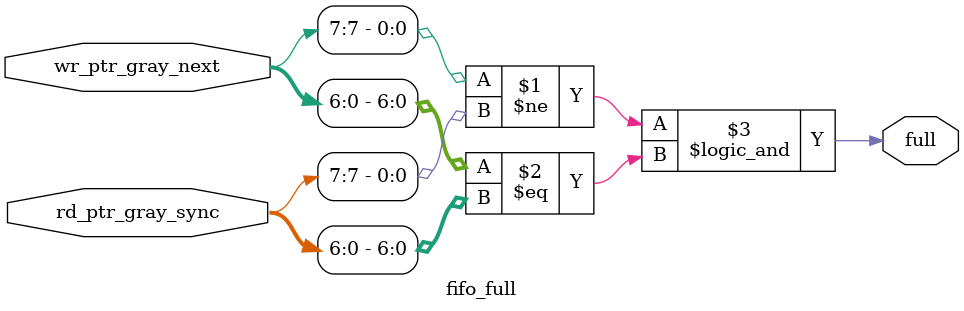
<source format=v>
module fifo_full #(
    parameter FIFO_DEPTH = 90
) (
    input [$clog2(FIFO_DEPTH):0] wr_ptr_gray_next,
    input [$clog2(FIFO_DEPTH):0] rd_ptr_gray_sync,
    output wire full
);

// Full logic
    assign full = (wr_ptr_gray_next[$clog2(FIFO_DEPTH)] != rd_ptr_gray_sync[$clog2(FIFO_DEPTH)]) &&
      (wr_ptr_gray_next[$clog2(FIFO_DEPTH)-1:0] == rd_ptr_gray_sync[$clog2(FIFO_DEPTH)-1:0]);

endmodule

</source>
